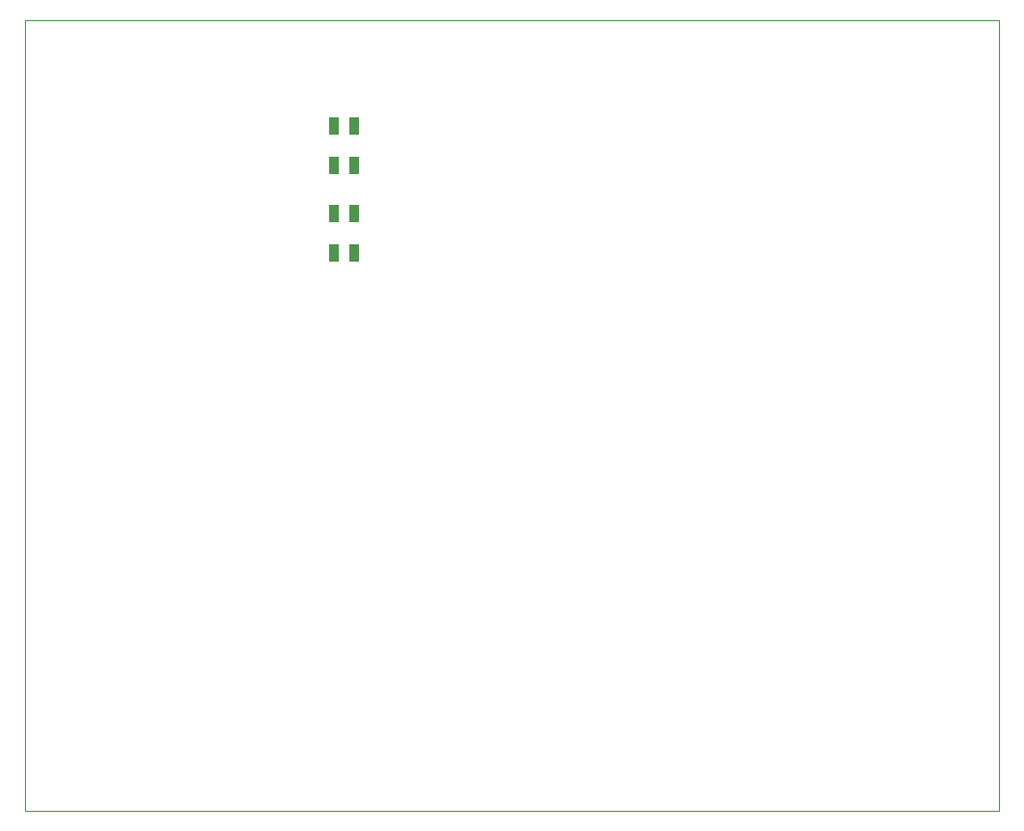
<source format=gtp>
%TF.GenerationSoftware,KiCad,Pcbnew,9.0.7*%
%TF.CreationDate,2026-02-20T22:18:56+01:00*%
%TF.ProjectId,Schematic.kicad_pcb_2,53636865-6d61-4746-9963-2e6b69636164,rev?*%
%TF.SameCoordinates,Original*%
%TF.FileFunction,Paste,Top*%
%TF.FilePolarity,Positive*%
%FSLAX46Y46*%
G04 Gerber Fmt 4.6, Leading zero omitted, Abs format (unit mm)*
G04 Created by KiCad (PCBNEW 9.0.7) date 2026-02-20 22:18:56*
%MOMM*%
%LPD*%
G01*
G04 APERTURE LIST*
%ADD10R,0.850000X1.600000*%
%TA.AperFunction,Profile*%
%ADD11C,0.050000*%
%TD*%
G04 APERTURE END LIST*
D10*
%TO.C,D10*%
X46962500Y-24250000D03*
X45212500Y-24250000D03*
X45212500Y-27750000D03*
X46962500Y-27750000D03*
%TD*%
%TO.C,D9*%
X46962500Y-32000000D03*
X45212500Y-32000000D03*
X45212500Y-35500000D03*
X46962500Y-35500000D03*
%TD*%
D11*
X18000000Y-14943750D02*
X103725000Y-14943750D01*
X103725000Y-84581250D01*
X18000000Y-84581250D01*
X18000000Y-14943750D01*
M02*

</source>
